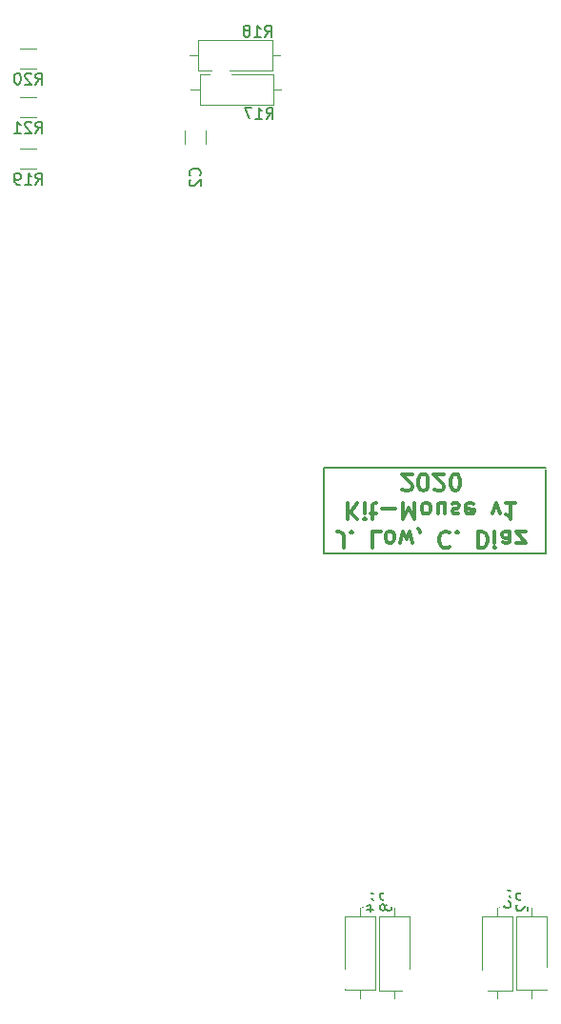
<source format=gbo>
G04 #@! TF.GenerationSoftware,KiCad,Pcbnew,(5.1.7)-1*
G04 #@! TF.CreationDate,2021-05-02T01:51:04-07:00*
G04 #@! TF.ProjectId,mouse_v2,6d6f7573-655f-4763-922e-6b696361645f,rev?*
G04 #@! TF.SameCoordinates,Original*
G04 #@! TF.FileFunction,Legend,Bot*
G04 #@! TF.FilePolarity,Positive*
%FSLAX46Y46*%
G04 Gerber Fmt 4.6, Leading zero omitted, Abs format (unit mm)*
G04 Created by KiCad (PCBNEW (5.1.7)-1) date 2021-05-02 01:51:04*
%MOMM*%
%LPD*%
G01*
G04 APERTURE LIST*
%ADD10C,0.300000*%
%ADD11C,0.200000*%
%ADD12C,0.120000*%
%ADD13C,0.150000*%
%ADD14C,2.000000*%
%ADD15C,1.700000*%
%ADD16C,2.900000*%
%ADD17O,2.000000X2.000000*%
%ADD18C,1.924000*%
%ADD19C,2.400000*%
%ADD20C,2.200000*%
%ADD21O,2.100000X2.100000*%
%ADD22C,2.076400*%
%ADD23C,2.584400*%
%ADD24O,1.750000X1.750000*%
%ADD25C,2.600000*%
G04 APERTURE END LIST*
D10*
X150964285Y-103701428D02*
X150964285Y-102630000D01*
X150892857Y-102415714D01*
X150750000Y-102272857D01*
X150535714Y-102201428D01*
X150392857Y-102201428D01*
X151678571Y-102344285D02*
X151750000Y-102272857D01*
X151678571Y-102201428D01*
X151607142Y-102272857D01*
X151678571Y-102344285D01*
X151678571Y-102201428D01*
X154250000Y-102201428D02*
X153535714Y-102201428D01*
X153535714Y-103701428D01*
X154964285Y-102201428D02*
X154821428Y-102272857D01*
X154750000Y-102344285D01*
X154678571Y-102487142D01*
X154678571Y-102915714D01*
X154750000Y-103058571D01*
X154821428Y-103130000D01*
X154964285Y-103201428D01*
X155178571Y-103201428D01*
X155321428Y-103130000D01*
X155392857Y-103058571D01*
X155464285Y-102915714D01*
X155464285Y-102487142D01*
X155392857Y-102344285D01*
X155321428Y-102272857D01*
X155178571Y-102201428D01*
X154964285Y-102201428D01*
X155964285Y-103201428D02*
X156250000Y-102201428D01*
X156535714Y-102915714D01*
X156821428Y-102201428D01*
X157107142Y-103201428D01*
X157750000Y-102272857D02*
X157750000Y-102201428D01*
X157678571Y-102058571D01*
X157607142Y-101987142D01*
X160392857Y-102344285D02*
X160321428Y-102272857D01*
X160107142Y-102201428D01*
X159964285Y-102201428D01*
X159750000Y-102272857D01*
X159607142Y-102415714D01*
X159535714Y-102558571D01*
X159464285Y-102844285D01*
X159464285Y-103058571D01*
X159535714Y-103344285D01*
X159607142Y-103487142D01*
X159750000Y-103630000D01*
X159964285Y-103701428D01*
X160107142Y-103701428D01*
X160321428Y-103630000D01*
X160392857Y-103558571D01*
X161035714Y-102344285D02*
X161107142Y-102272857D01*
X161035714Y-102201428D01*
X160964285Y-102272857D01*
X161035714Y-102344285D01*
X161035714Y-102201428D01*
X162892857Y-102201428D02*
X162892857Y-103701428D01*
X163250000Y-103701428D01*
X163464285Y-103630000D01*
X163607142Y-103487142D01*
X163678571Y-103344285D01*
X163750000Y-103058571D01*
X163750000Y-102844285D01*
X163678571Y-102558571D01*
X163607142Y-102415714D01*
X163464285Y-102272857D01*
X163250000Y-102201428D01*
X162892857Y-102201428D01*
X164392857Y-102201428D02*
X164392857Y-103201428D01*
X164392857Y-103701428D02*
X164321428Y-103630000D01*
X164392857Y-103558571D01*
X164464285Y-103630000D01*
X164392857Y-103701428D01*
X164392857Y-103558571D01*
X165750000Y-102201428D02*
X165750000Y-102987142D01*
X165678571Y-103130000D01*
X165535714Y-103201428D01*
X165250000Y-103201428D01*
X165107142Y-103130000D01*
X165750000Y-102272857D02*
X165607142Y-102201428D01*
X165250000Y-102201428D01*
X165107142Y-102272857D01*
X165035714Y-102415714D01*
X165035714Y-102558571D01*
X165107142Y-102701428D01*
X165250000Y-102772857D01*
X165607142Y-102772857D01*
X165750000Y-102844285D01*
X166321428Y-103201428D02*
X167107142Y-103201428D01*
X166321428Y-102201428D01*
X167107142Y-102201428D01*
X151321428Y-99651428D02*
X151321428Y-101151428D01*
X152178571Y-99651428D02*
X151535714Y-100508571D01*
X152178571Y-101151428D02*
X151321428Y-100294285D01*
X152821428Y-99651428D02*
X152821428Y-100651428D01*
X152821428Y-101151428D02*
X152750000Y-101080000D01*
X152821428Y-101008571D01*
X152892857Y-101080000D01*
X152821428Y-101151428D01*
X152821428Y-101008571D01*
X153321428Y-100651428D02*
X153892857Y-100651428D01*
X153535714Y-101151428D02*
X153535714Y-99865714D01*
X153607142Y-99722857D01*
X153750000Y-99651428D01*
X153892857Y-99651428D01*
X154392857Y-100222857D02*
X155535714Y-100222857D01*
X156250000Y-99651428D02*
X156250000Y-101151428D01*
X156750000Y-100080000D01*
X157250000Y-101151428D01*
X157250000Y-99651428D01*
X158178571Y-99651428D02*
X158035714Y-99722857D01*
X157964285Y-99794285D01*
X157892857Y-99937142D01*
X157892857Y-100365714D01*
X157964285Y-100508571D01*
X158035714Y-100580000D01*
X158178571Y-100651428D01*
X158392857Y-100651428D01*
X158535714Y-100580000D01*
X158607142Y-100508571D01*
X158678571Y-100365714D01*
X158678571Y-99937142D01*
X158607142Y-99794285D01*
X158535714Y-99722857D01*
X158392857Y-99651428D01*
X158178571Y-99651428D01*
X159964285Y-100651428D02*
X159964285Y-99651428D01*
X159321428Y-100651428D02*
X159321428Y-99865714D01*
X159392857Y-99722857D01*
X159535714Y-99651428D01*
X159750000Y-99651428D01*
X159892857Y-99722857D01*
X159964285Y-99794285D01*
X160607142Y-99722857D02*
X160750000Y-99651428D01*
X161035714Y-99651428D01*
X161178571Y-99722857D01*
X161250000Y-99865714D01*
X161250000Y-99937142D01*
X161178571Y-100080000D01*
X161035714Y-100151428D01*
X160821428Y-100151428D01*
X160678571Y-100222857D01*
X160607142Y-100365714D01*
X160607142Y-100437142D01*
X160678571Y-100580000D01*
X160821428Y-100651428D01*
X161035714Y-100651428D01*
X161178571Y-100580000D01*
X162464285Y-99722857D02*
X162321428Y-99651428D01*
X162035714Y-99651428D01*
X161892857Y-99722857D01*
X161821428Y-99865714D01*
X161821428Y-100437142D01*
X161892857Y-100580000D01*
X162035714Y-100651428D01*
X162321428Y-100651428D01*
X162464285Y-100580000D01*
X162535714Y-100437142D01*
X162535714Y-100294285D01*
X161821428Y-100151428D01*
X164178571Y-100651428D02*
X164535714Y-99651428D01*
X164892857Y-100651428D01*
X166250000Y-99651428D02*
X165392857Y-99651428D01*
X165821428Y-99651428D02*
X165821428Y-101151428D01*
X165678571Y-100937142D01*
X165535714Y-100794285D01*
X165392857Y-100722857D01*
X156178571Y-98458571D02*
X156250000Y-98530000D01*
X156392857Y-98601428D01*
X156750000Y-98601428D01*
X156892857Y-98530000D01*
X156964285Y-98458571D01*
X157035714Y-98315714D01*
X157035714Y-98172857D01*
X156964285Y-97958571D01*
X156107142Y-97101428D01*
X157035714Y-97101428D01*
X157964285Y-98601428D02*
X158107142Y-98601428D01*
X158250000Y-98530000D01*
X158321428Y-98458571D01*
X158392857Y-98315714D01*
X158464285Y-98030000D01*
X158464285Y-97672857D01*
X158392857Y-97387142D01*
X158321428Y-97244285D01*
X158250000Y-97172857D01*
X158107142Y-97101428D01*
X157964285Y-97101428D01*
X157821428Y-97172857D01*
X157750000Y-97244285D01*
X157678571Y-97387142D01*
X157607142Y-97672857D01*
X157607142Y-98030000D01*
X157678571Y-98315714D01*
X157750000Y-98458571D01*
X157821428Y-98530000D01*
X157964285Y-98601428D01*
X159035714Y-98458571D02*
X159107142Y-98530000D01*
X159250000Y-98601428D01*
X159607142Y-98601428D01*
X159750000Y-98530000D01*
X159821428Y-98458571D01*
X159892857Y-98315714D01*
X159892857Y-98172857D01*
X159821428Y-97958571D01*
X158964285Y-97101428D01*
X159892857Y-97101428D01*
X160821428Y-98601428D02*
X160964285Y-98601428D01*
X161107142Y-98530000D01*
X161178571Y-98458571D01*
X161250000Y-98315714D01*
X161321428Y-98030000D01*
X161321428Y-97672857D01*
X161250000Y-97387142D01*
X161178571Y-97244285D01*
X161107142Y-97172857D01*
X160964285Y-97101428D01*
X160821428Y-97101428D01*
X160678571Y-97172857D01*
X160607142Y-97244285D01*
X160535714Y-97387142D01*
X160464285Y-97672857D01*
X160464285Y-98030000D01*
X160535714Y-98315714D01*
X160607142Y-98458571D01*
X160678571Y-98530000D01*
X160821428Y-98601428D01*
D11*
X149225000Y-104140000D02*
X149225000Y-96520000D01*
X168910000Y-104140000D02*
X149209760Y-104140000D01*
X168910000Y-96674940D02*
X168910000Y-104140000D01*
X149225000Y-96520000D02*
X168945560Y-96507300D01*
D12*
X136846900Y-66593636D02*
X136846900Y-67797764D01*
X138666900Y-66593636D02*
X138666900Y-67797764D01*
X144595600Y-58523200D02*
X144595600Y-61263200D01*
X144595600Y-61263200D02*
X138055600Y-61263200D01*
X138055600Y-61263200D02*
X138055600Y-58523200D01*
X138055600Y-58523200D02*
X144595600Y-58523200D01*
X145365600Y-59893200D02*
X144595600Y-59893200D01*
X137285600Y-59893200D02*
X138055600Y-59893200D01*
X155473400Y-143765400D02*
X155473400Y-142995400D01*
X155473400Y-135685400D02*
X155473400Y-136455400D01*
X154103400Y-142995400D02*
X154103400Y-136455400D01*
X156843400Y-142995400D02*
X154103400Y-142995400D01*
X156843400Y-136455400D02*
X156843400Y-142995400D01*
X154103400Y-136455400D02*
X156843400Y-136455400D01*
X138157200Y-64311200D02*
X138157200Y-61571200D01*
X138157200Y-61571200D02*
X144697200Y-61571200D01*
X144697200Y-61571200D02*
X144697200Y-64311200D01*
X144697200Y-64311200D02*
X138157200Y-64311200D01*
X137387200Y-62941200D02*
X138157200Y-62941200D01*
X145467200Y-62941200D02*
X144697200Y-62941200D01*
X163222000Y-136455400D02*
X165962000Y-136455400D01*
X165962000Y-136455400D02*
X165962000Y-142995400D01*
X165962000Y-142995400D02*
X163222000Y-142995400D01*
X163222000Y-142995400D02*
X163222000Y-136455400D01*
X164592000Y-135685400D02*
X164592000Y-136455400D01*
X164592000Y-143765400D02*
X164592000Y-142995400D01*
X152400000Y-135660000D02*
X152400000Y-136430000D01*
X152400000Y-143740000D02*
X152400000Y-142970000D01*
X153770000Y-136430000D02*
X153770000Y-142970000D01*
X151030000Y-136430000D02*
X153770000Y-136430000D01*
X151030000Y-142970000D02*
X151030000Y-136430000D01*
X153770000Y-142970000D02*
X151030000Y-142970000D01*
X167640000Y-135660000D02*
X167640000Y-136430000D01*
X167640000Y-143740000D02*
X167640000Y-142970000D01*
X169010000Y-136430000D02*
X169010000Y-142970000D01*
X166270000Y-136430000D02*
X169010000Y-136430000D01*
X166270000Y-142970000D02*
X166270000Y-136430000D01*
X169010000Y-142970000D02*
X166270000Y-142970000D01*
X122208936Y-68178000D02*
X123663064Y-68178000D01*
X122208936Y-69998000D02*
X123663064Y-69998000D01*
X122208936Y-61108000D02*
X123663064Y-61108000D01*
X122208936Y-59288000D02*
X123663064Y-59288000D01*
X122208936Y-63606000D02*
X123663064Y-63606000D01*
X122208936Y-65426000D02*
X123663064Y-65426000D01*
D13*
X138152142Y-70572333D02*
X138199761Y-70524714D01*
X138247380Y-70381857D01*
X138247380Y-70286619D01*
X138199761Y-70143761D01*
X138104523Y-70048523D01*
X138009285Y-70000904D01*
X137818809Y-69953285D01*
X137675952Y-69953285D01*
X137485476Y-70000904D01*
X137390238Y-70048523D01*
X137295000Y-70143761D01*
X137247380Y-70286619D01*
X137247380Y-70381857D01*
X137295000Y-70524714D01*
X137342619Y-70572333D01*
X137342619Y-70953285D02*
X137295000Y-71000904D01*
X137247380Y-71096142D01*
X137247380Y-71334238D01*
X137295000Y-71429476D01*
X137342619Y-71477095D01*
X137437857Y-71524714D01*
X137533095Y-71524714D01*
X137675952Y-71477095D01*
X138247380Y-70905666D01*
X138247380Y-71524714D01*
X143962357Y-58237380D02*
X144295690Y-57761190D01*
X144533785Y-58237380D02*
X144533785Y-57237380D01*
X144152833Y-57237380D01*
X144057595Y-57285000D01*
X144009976Y-57332619D01*
X143962357Y-57427857D01*
X143962357Y-57570714D01*
X144009976Y-57665952D01*
X144057595Y-57713571D01*
X144152833Y-57761190D01*
X144533785Y-57761190D01*
X143009976Y-58237380D02*
X143581404Y-58237380D01*
X143295690Y-58237380D02*
X143295690Y-57237380D01*
X143390928Y-57380238D01*
X143486166Y-57475476D01*
X143581404Y-57523095D01*
X142438547Y-57665952D02*
X142533785Y-57618333D01*
X142581404Y-57570714D01*
X142629023Y-57475476D01*
X142629023Y-57427857D01*
X142581404Y-57332619D01*
X142533785Y-57285000D01*
X142438547Y-57237380D01*
X142248071Y-57237380D01*
X142152833Y-57285000D01*
X142105214Y-57332619D01*
X142057595Y-57427857D01*
X142057595Y-57475476D01*
X142105214Y-57570714D01*
X142152833Y-57618333D01*
X142248071Y-57665952D01*
X142438547Y-57665952D01*
X142533785Y-57713571D01*
X142581404Y-57761190D01*
X142629023Y-57856428D01*
X142629023Y-58046904D01*
X142581404Y-58142142D01*
X142533785Y-58189761D01*
X142438547Y-58237380D01*
X142248071Y-58237380D01*
X142152833Y-58189761D01*
X142105214Y-58142142D01*
X142057595Y-58046904D01*
X142057595Y-57856428D01*
X142105214Y-57761190D01*
X142152833Y-57713571D01*
X142248071Y-57665952D01*
X153639780Y-134986733D02*
X153163590Y-134653400D01*
X153639780Y-134415304D02*
X152639780Y-134415304D01*
X152639780Y-134796257D01*
X152687400Y-134891495D01*
X152735019Y-134939114D01*
X152830257Y-134986733D01*
X152973114Y-134986733D01*
X153068352Y-134939114D01*
X153115971Y-134891495D01*
X153163590Y-134796257D01*
X153163590Y-134415304D01*
X152973114Y-135843876D02*
X153639780Y-135843876D01*
X152592161Y-135605780D02*
X153306447Y-135367685D01*
X153306447Y-135986733D01*
X144089357Y-65539880D02*
X144422690Y-65063690D01*
X144660785Y-65539880D02*
X144660785Y-64539880D01*
X144279833Y-64539880D01*
X144184595Y-64587500D01*
X144136976Y-64635119D01*
X144089357Y-64730357D01*
X144089357Y-64873214D01*
X144136976Y-64968452D01*
X144184595Y-65016071D01*
X144279833Y-65063690D01*
X144660785Y-65063690D01*
X143136976Y-65539880D02*
X143708404Y-65539880D01*
X143422690Y-65539880D02*
X143422690Y-64539880D01*
X143517928Y-64682738D01*
X143613166Y-64777976D01*
X143708404Y-64825595D01*
X142803642Y-64539880D02*
X142136976Y-64539880D01*
X142565547Y-65539880D01*
X167330380Y-134986733D02*
X166854190Y-134653400D01*
X167330380Y-134415304D02*
X166330380Y-134415304D01*
X166330380Y-134796257D01*
X166378000Y-134891495D01*
X166425619Y-134939114D01*
X166520857Y-134986733D01*
X166663714Y-134986733D01*
X166758952Y-134939114D01*
X166806571Y-134891495D01*
X166854190Y-134796257D01*
X166854190Y-134415304D01*
X166425619Y-135367685D02*
X166378000Y-135415304D01*
X166330380Y-135510542D01*
X166330380Y-135748638D01*
X166378000Y-135843876D01*
X166425619Y-135891495D01*
X166520857Y-135939114D01*
X166616095Y-135939114D01*
X166758952Y-135891495D01*
X167330380Y-135320066D01*
X167330380Y-135939114D01*
X155222380Y-134961333D02*
X154746190Y-134628000D01*
X155222380Y-134389904D02*
X154222380Y-134389904D01*
X154222380Y-134770857D01*
X154270000Y-134866095D01*
X154317619Y-134913714D01*
X154412857Y-134961333D01*
X154555714Y-134961333D01*
X154650952Y-134913714D01*
X154698571Y-134866095D01*
X154746190Y-134770857D01*
X154746190Y-134389904D01*
X154650952Y-135532761D02*
X154603333Y-135437523D01*
X154555714Y-135389904D01*
X154460476Y-135342285D01*
X154412857Y-135342285D01*
X154317619Y-135389904D01*
X154270000Y-135437523D01*
X154222380Y-135532761D01*
X154222380Y-135723238D01*
X154270000Y-135818476D01*
X154317619Y-135866095D01*
X154412857Y-135913714D01*
X154460476Y-135913714D01*
X154555714Y-135866095D01*
X154603333Y-135818476D01*
X154650952Y-135723238D01*
X154650952Y-135532761D01*
X154698571Y-135437523D01*
X154746190Y-135389904D01*
X154841428Y-135342285D01*
X155031904Y-135342285D01*
X155127142Y-135389904D01*
X155174761Y-135437523D01*
X155222380Y-135532761D01*
X155222380Y-135723238D01*
X155174761Y-135818476D01*
X155127142Y-135866095D01*
X155031904Y-135913714D01*
X154841428Y-135913714D01*
X154746190Y-135866095D01*
X154698571Y-135818476D01*
X154650952Y-135723238D01*
X165806380Y-134707333D02*
X165330190Y-134374000D01*
X165806380Y-134135904D02*
X164806380Y-134135904D01*
X164806380Y-134516857D01*
X164854000Y-134612095D01*
X164901619Y-134659714D01*
X164996857Y-134707333D01*
X165139714Y-134707333D01*
X165234952Y-134659714D01*
X165282571Y-134612095D01*
X165330190Y-134516857D01*
X165330190Y-134135904D01*
X164806380Y-135564476D02*
X164806380Y-135374000D01*
X164854000Y-135278761D01*
X164901619Y-135231142D01*
X165044476Y-135135904D01*
X165234952Y-135088285D01*
X165615904Y-135088285D01*
X165711142Y-135135904D01*
X165758761Y-135183523D01*
X165806380Y-135278761D01*
X165806380Y-135469238D01*
X165758761Y-135564476D01*
X165711142Y-135612095D01*
X165615904Y-135659714D01*
X165377809Y-135659714D01*
X165282571Y-135612095D01*
X165234952Y-135564476D01*
X165187333Y-135469238D01*
X165187333Y-135278761D01*
X165234952Y-135183523D01*
X165282571Y-135135904D01*
X165377809Y-135088285D01*
X123578857Y-71360380D02*
X123912190Y-70884190D01*
X124150285Y-71360380D02*
X124150285Y-70360380D01*
X123769333Y-70360380D01*
X123674095Y-70408000D01*
X123626476Y-70455619D01*
X123578857Y-70550857D01*
X123578857Y-70693714D01*
X123626476Y-70788952D01*
X123674095Y-70836571D01*
X123769333Y-70884190D01*
X124150285Y-70884190D01*
X122626476Y-71360380D02*
X123197904Y-71360380D01*
X122912190Y-71360380D02*
X122912190Y-70360380D01*
X123007428Y-70503238D01*
X123102666Y-70598476D01*
X123197904Y-70646095D01*
X122150285Y-71360380D02*
X121959809Y-71360380D01*
X121864571Y-71312761D01*
X121816952Y-71265142D01*
X121721714Y-71122285D01*
X121674095Y-70931809D01*
X121674095Y-70550857D01*
X121721714Y-70455619D01*
X121769333Y-70408000D01*
X121864571Y-70360380D01*
X122055047Y-70360380D01*
X122150285Y-70408000D01*
X122197904Y-70455619D01*
X122245523Y-70550857D01*
X122245523Y-70788952D01*
X122197904Y-70884190D01*
X122150285Y-70931809D01*
X122055047Y-70979428D01*
X121864571Y-70979428D01*
X121769333Y-70931809D01*
X121721714Y-70884190D01*
X121674095Y-70788952D01*
X123578857Y-62470380D02*
X123912190Y-61994190D01*
X124150285Y-62470380D02*
X124150285Y-61470380D01*
X123769333Y-61470380D01*
X123674095Y-61518000D01*
X123626476Y-61565619D01*
X123578857Y-61660857D01*
X123578857Y-61803714D01*
X123626476Y-61898952D01*
X123674095Y-61946571D01*
X123769333Y-61994190D01*
X124150285Y-61994190D01*
X123197904Y-61565619D02*
X123150285Y-61518000D01*
X123055047Y-61470380D01*
X122816952Y-61470380D01*
X122721714Y-61518000D01*
X122674095Y-61565619D01*
X122626476Y-61660857D01*
X122626476Y-61756095D01*
X122674095Y-61898952D01*
X123245523Y-62470380D01*
X122626476Y-62470380D01*
X122007428Y-61470380D02*
X121912190Y-61470380D01*
X121816952Y-61518000D01*
X121769333Y-61565619D01*
X121721714Y-61660857D01*
X121674095Y-61851333D01*
X121674095Y-62089428D01*
X121721714Y-62279904D01*
X121769333Y-62375142D01*
X121816952Y-62422761D01*
X121912190Y-62470380D01*
X122007428Y-62470380D01*
X122102666Y-62422761D01*
X122150285Y-62375142D01*
X122197904Y-62279904D01*
X122245523Y-62089428D01*
X122245523Y-61851333D01*
X122197904Y-61660857D01*
X122150285Y-61565619D01*
X122102666Y-61518000D01*
X122007428Y-61470380D01*
X123578857Y-66788380D02*
X123912190Y-66312190D01*
X124150285Y-66788380D02*
X124150285Y-65788380D01*
X123769333Y-65788380D01*
X123674095Y-65836000D01*
X123626476Y-65883619D01*
X123578857Y-65978857D01*
X123578857Y-66121714D01*
X123626476Y-66216952D01*
X123674095Y-66264571D01*
X123769333Y-66312190D01*
X124150285Y-66312190D01*
X123197904Y-65883619D02*
X123150285Y-65836000D01*
X123055047Y-65788380D01*
X122816952Y-65788380D01*
X122721714Y-65836000D01*
X122674095Y-65883619D01*
X122626476Y-65978857D01*
X122626476Y-66074095D01*
X122674095Y-66216952D01*
X123245523Y-66788380D01*
X122626476Y-66788380D01*
X121674095Y-66788380D02*
X122245523Y-66788380D01*
X121959809Y-66788380D02*
X121959809Y-65788380D01*
X122055047Y-65931238D01*
X122150285Y-66026476D01*
X122245523Y-66074095D01*
%LPC*%
G36*
G01*
X137002075Y-64795700D02*
X138511725Y-64795700D01*
G75*
G02*
X138831900Y-65115875I0J-320175D01*
G01*
X138831900Y-66300525D01*
G75*
G02*
X138511725Y-66620700I-320175J0D01*
G01*
X137002075Y-66620700D01*
G75*
G02*
X136681900Y-66300525I0J320175D01*
G01*
X136681900Y-65115875D01*
G75*
G02*
X137002075Y-64795700I320175J0D01*
G01*
G37*
G36*
G01*
X137002075Y-67770700D02*
X138511725Y-67770700D01*
G75*
G02*
X138831900Y-68090875I0J-320175D01*
G01*
X138831900Y-69275525D01*
G75*
G02*
X138511725Y-69595700I-320175J0D01*
G01*
X137002075Y-69595700D01*
G75*
G02*
X136681900Y-69275525I0J320175D01*
G01*
X136681900Y-68090875D01*
G75*
G02*
X137002075Y-67770700I320175J0D01*
G01*
G37*
D14*
X169254800Y-62788800D03*
G36*
G01*
X172754800Y-61988800D02*
X172754800Y-63588800D01*
G75*
G02*
X172554800Y-63788800I-200000J0D01*
G01*
X170954800Y-63788800D01*
G75*
G02*
X170754800Y-63588800I0J200000D01*
G01*
X170754800Y-61988800D01*
G75*
G02*
X170954800Y-61788800I200000J0D01*
G01*
X172554800Y-61788800D01*
G75*
G02*
X172754800Y-61988800I0J-200000D01*
G01*
G37*
G36*
G01*
X172754800Y-68034000D02*
X172754800Y-69634000D01*
G75*
G02*
X172554800Y-69834000I-200000J0D01*
G01*
X170954800Y-69834000D01*
G75*
G02*
X170754800Y-69634000I0J200000D01*
G01*
X170754800Y-68034000D01*
G75*
G02*
X170954800Y-67834000I200000J0D01*
G01*
X172554800Y-67834000D01*
G75*
G02*
X172754800Y-68034000I0J-200000D01*
G01*
G37*
X169254800Y-68834000D03*
D15*
X190500000Y-121285000D03*
G36*
G01*
X193690000Y-122135000D02*
X192390000Y-122135000D01*
G75*
G02*
X192190000Y-121935000I0J200000D01*
G01*
X192190000Y-120635000D01*
G75*
G02*
X192390000Y-120435000I200000J0D01*
G01*
X193690000Y-120435000D01*
G75*
G02*
X193890000Y-120635000I0J-200000D01*
G01*
X193890000Y-121935000D01*
G75*
G02*
X193690000Y-122135000I-200000J0D01*
G01*
G37*
X191770000Y-120015000D03*
X183415940Y-120990360D03*
G36*
G01*
X185535940Y-119070360D02*
X185535940Y-120370360D01*
G75*
G02*
X185335940Y-120570360I-200000J0D01*
G01*
X184035940Y-120570360D01*
G75*
G02*
X183835940Y-120370360I0J200000D01*
G01*
X183835940Y-119070360D01*
G75*
G02*
X184035940Y-118870360I200000J0D01*
G01*
X185335940Y-118870360D01*
G75*
G02*
X185535940Y-119070360I0J-200000D01*
G01*
G37*
X184685940Y-122260360D03*
X129540000Y-120840500D03*
G36*
G01*
X126350000Y-119990500D02*
X127650000Y-119990500D01*
G75*
G02*
X127850000Y-120190500I0J-200000D01*
G01*
X127850000Y-121490500D01*
G75*
G02*
X127650000Y-121690500I-200000J0D01*
G01*
X126350000Y-121690500D01*
G75*
G02*
X126150000Y-121490500I0J200000D01*
G01*
X126150000Y-120190500D01*
G75*
G02*
X126350000Y-119990500I200000J0D01*
G01*
G37*
X128270000Y-122110500D03*
X136982200Y-121462800D03*
G36*
G01*
X134862200Y-123382800D02*
X134862200Y-122082800D01*
G75*
G02*
X135062200Y-121882800I200000J0D01*
G01*
X136362200Y-121882800D01*
G75*
G02*
X136562200Y-122082800I0J-200000D01*
G01*
X136562200Y-123382800D01*
G75*
G02*
X136362200Y-123582800I-200000J0D01*
G01*
X135062200Y-123582800D01*
G75*
G02*
X134862200Y-123382800I0J200000D01*
G01*
G37*
X135712200Y-120192800D03*
D16*
X198069200Y-58319200D03*
X198069200Y-63069200D03*
X198069200Y-67769200D03*
D14*
X146405600Y-59893200D03*
D17*
X136245600Y-59893200D03*
D18*
X140055600Y-61885200D03*
X140105600Y-56885200D03*
D19*
X126885700Y-61853200D03*
X126885700Y-57353200D03*
X133385700Y-61853200D03*
X133385700Y-57353200D03*
D14*
X128905000Y-115570000D03*
D17*
X128905000Y-105410000D03*
X155473400Y-144805400D03*
D14*
X155473400Y-134645400D03*
X184785000Y-105410000D03*
D17*
X184785000Y-115570000D03*
X135255000Y-115570000D03*
D14*
X135255000Y-105410000D03*
X136347200Y-62941200D03*
D17*
X146507200Y-62941200D03*
X135890000Y-130810000D03*
D14*
X146050000Y-130810000D03*
X164592000Y-134645400D03*
D17*
X164592000Y-144805400D03*
X132080000Y-115570000D03*
D14*
X132080000Y-105410000D03*
X174244000Y-130810000D03*
D17*
X184404000Y-130810000D03*
X161544000Y-130810000D03*
D14*
X171704000Y-130810000D03*
X191135000Y-115570000D03*
D17*
X191135000Y-105410000D03*
X152400000Y-134620000D03*
D14*
X152400000Y-144780000D03*
X125730000Y-105410000D03*
D17*
X125730000Y-115570000D03*
X167640000Y-134620000D03*
D14*
X167640000Y-144780000D03*
X194310000Y-105410000D03*
D17*
X194310000Y-115570000D03*
X187960000Y-115570000D03*
D14*
X187960000Y-105410000D03*
X148590000Y-130810000D03*
D17*
X158750000Y-130810000D03*
G36*
G01*
X126077800Y-127823800D02*
X126077800Y-126023800D01*
G75*
G02*
X126277800Y-125823800I200000J0D01*
G01*
X128077800Y-125823800D01*
G75*
G02*
X128277800Y-126023800I0J-200000D01*
G01*
X128277800Y-127823800D01*
G75*
G02*
X128077800Y-128023800I-200000J0D01*
G01*
X126277800Y-128023800D01*
G75*
G02*
X126077800Y-127823800I0J200000D01*
G01*
G37*
D20*
X129717800Y-126923800D03*
X198475600Y-121158000D03*
G36*
G01*
X194835600Y-122058000D02*
X194835600Y-120258000D01*
G75*
G02*
X195035600Y-120058000I200000J0D01*
G01*
X196835600Y-120058000D01*
G75*
G02*
X197035600Y-120258000I0J-200000D01*
G01*
X197035600Y-122058000D01*
G75*
G02*
X196835600Y-122258000I-200000J0D01*
G01*
X195035600Y-122258000D01*
G75*
G02*
X194835600Y-122058000I0J200000D01*
G01*
G37*
X170856142Y-139738267D03*
G36*
G01*
X170037423Y-143397406D02*
X168426541Y-142594250D01*
G75*
G02*
X168336794Y-142326023I89240J178987D01*
G01*
X169139950Y-140715141D01*
G75*
G02*
X169408177Y-140625394I178987J-89240D01*
G01*
X171019059Y-141428550D01*
G75*
G02*
X171108806Y-141696777I-89240J-178987D01*
G01*
X170305650Y-143307659D01*
G75*
G02*
X170037423Y-143397406I-178987J89240D01*
G01*
G37*
G36*
G01*
X171690400Y-74710000D02*
X169990400Y-74710000D01*
G75*
G02*
X169790400Y-74510000I0J200000D01*
G01*
X169790400Y-72810000D01*
G75*
G02*
X169990400Y-72610000I200000J0D01*
G01*
X171690400Y-72610000D01*
G75*
G02*
X171890400Y-72810000I0J-200000D01*
G01*
X171890400Y-74510000D01*
G75*
G02*
X171690400Y-74710000I-200000J0D01*
G01*
G37*
D21*
X173380400Y-73660000D03*
G36*
G01*
X162214223Y-145962806D02*
X160603341Y-145159650D01*
G75*
G02*
X160513594Y-144891423I89240J178987D01*
G01*
X161316750Y-143280541D01*
G75*
G02*
X161584977Y-143190794I178987J-89240D01*
G01*
X163195859Y-143993950D01*
G75*
G02*
X163285606Y-144262177I-89240J-178987D01*
G01*
X162482450Y-145873059D01*
G75*
G02*
X162214223Y-145962806I-178987J89240D01*
G01*
G37*
D20*
X163032942Y-142303667D03*
X124218700Y-121031000D03*
G36*
G01*
X120578700Y-121931000D02*
X120578700Y-120131000D01*
G75*
G02*
X120778700Y-119931000I200000J0D01*
G01*
X122578700Y-119931000D01*
G75*
G02*
X122778700Y-120131000I0J-200000D01*
G01*
X122778700Y-121931000D01*
G75*
G02*
X122578700Y-122131000I-200000J0D01*
G01*
X120778700Y-122131000D01*
G75*
G02*
X120578700Y-121931000I0J200000D01*
G01*
G37*
G36*
G01*
X155786999Y-141720817D02*
X157397881Y-140917661D01*
G75*
G02*
X157666108Y-141007408I89240J-178987D01*
G01*
X158469264Y-142618290D01*
G75*
G02*
X158379517Y-142886517I-178987J-89240D01*
G01*
X156768635Y-143689673D01*
G75*
G02*
X156500408Y-143599926I-89240J178987D01*
G01*
X155697252Y-141989044D01*
G75*
G02*
X155786999Y-141720817I178987J89240D01*
G01*
G37*
X158216600Y-144576800D03*
G36*
G01*
X189349200Y-127950800D02*
X189349200Y-126150800D01*
G75*
G02*
X189549200Y-125950800I200000J0D01*
G01*
X191349200Y-125950800D01*
G75*
G02*
X191549200Y-126150800I0J-200000D01*
G01*
X191549200Y-127950800D01*
G75*
G02*
X191349200Y-128150800I-200000J0D01*
G01*
X189549200Y-128150800D01*
G75*
G02*
X189349200Y-127950800I0J200000D01*
G01*
G37*
X192989200Y-127050800D03*
X150418800Y-142011400D03*
G36*
G01*
X147989199Y-139155417D02*
X149600081Y-138352261D01*
G75*
G02*
X149868308Y-138442008I89240J-178987D01*
G01*
X150671464Y-140052890D01*
G75*
G02*
X150581717Y-140321117I-178987J-89240D01*
G01*
X148970835Y-141124273D01*
G75*
G02*
X148702608Y-141034526I-89240J178987D01*
G01*
X147899452Y-139423644D01*
G75*
G02*
X147989199Y-139155417I178987J89240D01*
G01*
G37*
G36*
G01*
X140936980Y-75251920D02*
X139260580Y-75251920D01*
G75*
G02*
X139060580Y-75051920I0J200000D01*
G01*
X139060580Y-73375520D01*
G75*
G02*
X139260580Y-73175520I200000J0D01*
G01*
X140936980Y-73175520D01*
G75*
G02*
X141136980Y-73375520I0J-200000D01*
G01*
X141136980Y-75051920D01*
G75*
G02*
X140936980Y-75251920I-200000J0D01*
G01*
G37*
D22*
X142638780Y-74213720D03*
X145178780Y-74213720D03*
X147718780Y-74213720D03*
X150258780Y-74213720D03*
X152798780Y-74213720D03*
X155338780Y-74213720D03*
X157878780Y-74213720D03*
X157878780Y-66593720D03*
X155338780Y-66593720D03*
X152798780Y-66593720D03*
X150258780Y-66593720D03*
X147718780Y-66593720D03*
X145178780Y-66593720D03*
X142638780Y-66593720D03*
X140098780Y-66593720D03*
D23*
X131873000Y-96274400D03*
X131873000Y-78274400D03*
X188040000Y-78274400D03*
X188040000Y-96274400D03*
G36*
G01*
X180179000Y-73303500D02*
X180179000Y-71603500D01*
G75*
G02*
X180379000Y-71403500I200000J0D01*
G01*
X182079000Y-71403500D01*
G75*
G02*
X182279000Y-71603500I0J-200000D01*
G01*
X182279000Y-73303500D01*
G75*
G02*
X182079000Y-73503500I-200000J0D01*
G01*
X180379000Y-73503500D01*
G75*
G02*
X180179000Y-73303500I0J200000D01*
G01*
G37*
D21*
X181229000Y-74993500D03*
D24*
X167655240Y-78038960D03*
X169655240Y-78038960D03*
X171655240Y-78038960D03*
X173655240Y-78038960D03*
X175655240Y-78038960D03*
G36*
G01*
X176980240Y-77163960D02*
X178330240Y-77163960D01*
G75*
G02*
X178530240Y-77363960I0J-200000D01*
G01*
X178530240Y-78713960D01*
G75*
G02*
X178330240Y-78913960I-200000J0D01*
G01*
X176980240Y-78913960D01*
G75*
G02*
X176780240Y-78713960I0J200000D01*
G01*
X176780240Y-77363960D01*
G75*
G02*
X176980240Y-77163960I200000J0D01*
G01*
G37*
G36*
G01*
X143270600Y-78776800D02*
X141920600Y-78776800D01*
G75*
G02*
X141720600Y-78576800I0J200000D01*
G01*
X141720600Y-77226800D01*
G75*
G02*
X141920600Y-77026800I200000J0D01*
G01*
X143270600Y-77026800D01*
G75*
G02*
X143470600Y-77226800I0J-200000D01*
G01*
X143470600Y-78576800D01*
G75*
G02*
X143270600Y-78776800I-200000J0D01*
G01*
G37*
X144595600Y-77901800D03*
X146595600Y-77901800D03*
X148595600Y-77901800D03*
X150595600Y-77901800D03*
X152595600Y-77901800D03*
G36*
G01*
X122512800Y-117056800D02*
X122512800Y-118756800D01*
G75*
G02*
X122312800Y-118956800I-200000J0D01*
G01*
X120612800Y-118956800D01*
G75*
G02*
X120412800Y-118756800I0J200000D01*
G01*
X120412800Y-117056800D01*
G75*
G02*
X120612800Y-116856800I200000J0D01*
G01*
X122312800Y-116856800D01*
G75*
G02*
X122512800Y-117056800I0J-200000D01*
G01*
G37*
D21*
X121462800Y-115366800D03*
X121462800Y-112826800D03*
X121462800Y-110286800D03*
X121462800Y-107746800D03*
X121462800Y-105206800D03*
D14*
X143764000Y-120000000D03*
X143764000Y-122540000D03*
X143764000Y-125080000D03*
X143764000Y-127620000D03*
X143764000Y-117460000D03*
X143764000Y-114920000D03*
X143764000Y-112380000D03*
X146304000Y-127620000D03*
X148844000Y-127620000D03*
X151384000Y-127620000D03*
X153924000Y-127620000D03*
X156464000Y-127620000D03*
X159004000Y-127620000D03*
X161544000Y-127620000D03*
X164084000Y-127620000D03*
X166624000Y-127620000D03*
X169164000Y-127620000D03*
X171704000Y-127620000D03*
X174244000Y-127620000D03*
X176784000Y-127620000D03*
X174244000Y-125080000D03*
X146304000Y-112380000D03*
X148844000Y-112380000D03*
X151384000Y-112380000D03*
X153924000Y-112380000D03*
X156464000Y-112380000D03*
X159004000Y-112380000D03*
X161544000Y-112380000D03*
X164084000Y-112380000D03*
X166624000Y-112380000D03*
X169164000Y-112380000D03*
X171704000Y-112380000D03*
X174244000Y-112380000D03*
X176784000Y-112380000D03*
X148844000Y-125080000D03*
X151384000Y-125080000D03*
X148844000Y-122540000D03*
X151384000Y-122540000D03*
X148844000Y-120000000D03*
X151384000Y-120000000D03*
X148844000Y-117460000D03*
X151384000Y-117460000D03*
X148844000Y-114920000D03*
X151384000Y-114920000D03*
G36*
G01*
X169147200Y-120308000D02*
X169147200Y-122008000D01*
G75*
G02*
X168947200Y-122208000I-200000J0D01*
G01*
X167247200Y-122208000D01*
G75*
G02*
X167047200Y-122008000I0J200000D01*
G01*
X167047200Y-120308000D01*
G75*
G02*
X167247200Y-120108000I200000J0D01*
G01*
X168947200Y-120108000D01*
G75*
G02*
X169147200Y-120308000I0J-200000D01*
G01*
G37*
D21*
X168097200Y-118618000D03*
D25*
X181229000Y-113411000D03*
X139255500Y-113411000D03*
G36*
G01*
X120536000Y-69836077D02*
X120536000Y-68339923D01*
G75*
G02*
X120862923Y-68013000I326923J0D01*
G01*
X121909077Y-68013000D01*
G75*
G02*
X122236000Y-68339923I0J-326923D01*
G01*
X122236000Y-69836077D01*
G75*
G02*
X121909077Y-70163000I-326923J0D01*
G01*
X120862923Y-70163000D01*
G75*
G02*
X120536000Y-69836077I0J326923D01*
G01*
G37*
G36*
G01*
X123636000Y-69836077D02*
X123636000Y-68339923D01*
G75*
G02*
X123962923Y-68013000I326923J0D01*
G01*
X125009077Y-68013000D01*
G75*
G02*
X125336000Y-68339923I0J-326923D01*
G01*
X125336000Y-69836077D01*
G75*
G02*
X125009077Y-70163000I-326923J0D01*
G01*
X123962923Y-70163000D01*
G75*
G02*
X123636000Y-69836077I0J326923D01*
G01*
G37*
G36*
G01*
X123636000Y-60946077D02*
X123636000Y-59449923D01*
G75*
G02*
X123962923Y-59123000I326923J0D01*
G01*
X125009077Y-59123000D01*
G75*
G02*
X125336000Y-59449923I0J-326923D01*
G01*
X125336000Y-60946077D01*
G75*
G02*
X125009077Y-61273000I-326923J0D01*
G01*
X123962923Y-61273000D01*
G75*
G02*
X123636000Y-60946077I0J326923D01*
G01*
G37*
G36*
G01*
X120536000Y-60946077D02*
X120536000Y-59449923D01*
G75*
G02*
X120862923Y-59123000I326923J0D01*
G01*
X121909077Y-59123000D01*
G75*
G02*
X122236000Y-59449923I0J-326923D01*
G01*
X122236000Y-60946077D01*
G75*
G02*
X121909077Y-61273000I-326923J0D01*
G01*
X120862923Y-61273000D01*
G75*
G02*
X120536000Y-60946077I0J326923D01*
G01*
G37*
G36*
G01*
X120536000Y-65264077D02*
X120536000Y-63767923D01*
G75*
G02*
X120862923Y-63441000I326923J0D01*
G01*
X121909077Y-63441000D01*
G75*
G02*
X122236000Y-63767923I0J-326923D01*
G01*
X122236000Y-65264077D01*
G75*
G02*
X121909077Y-65591000I-326923J0D01*
G01*
X120862923Y-65591000D01*
G75*
G02*
X120536000Y-65264077I0J326923D01*
G01*
G37*
G36*
G01*
X123636000Y-65264077D02*
X123636000Y-63767923D01*
G75*
G02*
X123962923Y-63441000I326923J0D01*
G01*
X125009077Y-63441000D01*
G75*
G02*
X125336000Y-63767923I0J-326923D01*
G01*
X125336000Y-65264077D01*
G75*
G02*
X125009077Y-65591000I-326923J0D01*
G01*
X123962923Y-65591000D01*
G75*
G02*
X123636000Y-65264077I0J326923D01*
G01*
G37*
D17*
X164896800Y-69494400D03*
D14*
X164896800Y-79654400D03*
X164896800Y-67157600D03*
D17*
X164896800Y-56997600D03*
D25*
X160083500Y-61899800D03*
X160083500Y-139915900D03*
X160096200Y-58026300D03*
X160070800Y-136067800D03*
D15*
X149047200Y-58724800D03*
G36*
G01*
X151167200Y-56804800D02*
X151167200Y-58104800D01*
G75*
G02*
X150967200Y-58304800I-200000J0D01*
G01*
X149667200Y-58304800D01*
G75*
G02*
X149467200Y-58104800I0J200000D01*
G01*
X149467200Y-56804800D01*
G75*
G02*
X149667200Y-56604800I200000J0D01*
G01*
X150967200Y-56604800D01*
G75*
G02*
X151167200Y-56804800I0J-200000D01*
G01*
G37*
X150317200Y-59994800D03*
D19*
X126885700Y-69524000D03*
X126885700Y-65024000D03*
X133385700Y-69524000D03*
X133385700Y-65024000D03*
G36*
G01*
X137130500Y-136056000D02*
X137130500Y-137756000D01*
G75*
G02*
X136930500Y-137956000I-200000J0D01*
G01*
X135230500Y-137956000D01*
G75*
G02*
X135030500Y-137756000I0J200000D01*
G01*
X135030500Y-136056000D01*
G75*
G02*
X135230500Y-135856000I200000J0D01*
G01*
X136930500Y-135856000D01*
G75*
G02*
X137130500Y-136056000I0J-200000D01*
G01*
G37*
D21*
X136080500Y-134366000D03*
M02*

</source>
